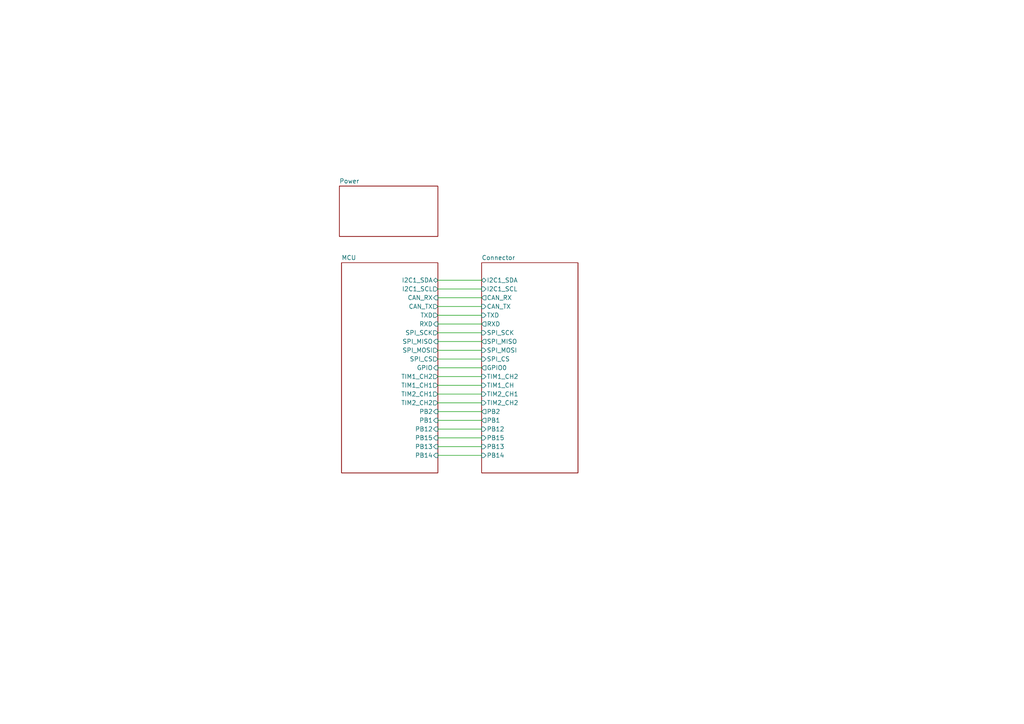
<source format=kicad_sch>
(kicad_sch (version 20230121) (generator eeschema)
  (paper "A4")
  (lib_symbols)
  (wire (pts (xy 127 116.84) (xy 139.7 116.84)))
  (wire (pts (xy 127 83.82) (xy 139.7 83.82)))
  (wire (pts (xy 127 124.46) (xy 139.7 124.46)))
  (wire (pts (xy 127 106.68) (xy 139.7 106.68)))
  (wire (pts (xy 127 99.06) (xy 139.7 99.06)))
  (wire (pts (xy 127 86.36) (xy 139.7 86.36)))
  (wire (pts (xy 127 114.3) (xy 139.7 114.3)))
  (wire (pts (xy 127 81.28) (xy 139.7 81.28)))
  (wire (pts (xy 127 104.14) (xy 139.7 104.14)))
  (wire (pts (xy 127 119.38) (xy 139.7 119.38)))
  (wire (pts (xy 127 132.08) (xy 139.7 132.08)))
  (wire (pts (xy 127 127) (xy 139.7 127)))
  (wire (pts (xy 127 91.44) (xy 139.7 91.44)))
  (wire (pts (xy 127 101.6) (xy 139.7 101.6)))
  (wire (pts (xy 127 93.98) (xy 139.7 93.98)))
  (wire (pts (xy 127 121.92) (xy 139.7 121.92)))
  (wire (pts (xy 127 111.76) (xy 139.7 111.76)))
  (wire (pts (xy 127 88.9) (xy 139.7 88.9)))
  (wire (pts (xy 127 109.22) (xy 139.7 109.22)))
  (wire (pts (xy 127 96.52) (xy 139.7 96.52)))
  (wire (pts (xy 127 129.54) (xy 139.7 129.54)))
  (sheet (at 98.425 53.975) (size 28.575 14.605) (stroke (width 0.1524))
    (property "Sheetname" "Power" (at 98.425 53.2634 0) (effects (justify left bottom)))
    (property "Sheetfile" "power.kicad_sch" (effects hide))
  )
  (sheet (at 99.06 76.2) (size 27.94 60.96) (stroke (width 0.1524))
    (property "Sheetname" "MCU" (at 99.06 75.4884 0) (effects (justify left bottom)))
    (property "Sheetfile" "MCU.kicad_sch" (effects hide))
    (pin "I2C1_SDA" bidirectional (at 127 81.28 0))
    (pin "TIM1_CH2" output (at 127 109.22 0))
    (pin "PB2" input (at 127 119.38 0))
    (pin "GPIO" input (at 127 106.68 0))
    (pin "PB1" input (at 127 121.92 0))
    (pin "I2C1_SCL" output (at 127 83.82 0))
    (pin "TIM2_CH2" output (at 127 116.84 0))
    (pin "RXD" input (at 127 93.98 0))
    (pin "SPI_SCK" output (at 127 96.52 0))
    (pin "SPI_MISO" input (at 127 99.06 0))
    (pin "SPI_MOSI" output (at 127 101.6 0))
    (pin "SPI_CS" output (at 127 104.14 0))
    (pin "TXD" output (at 127 91.44 0))
    (pin "TIM2_CH1" output (at 127 114.3 0))
    (pin "CAN_RX" input (at 127 86.36 0))
    (pin "CAN_TX" output (at 127 88.9 0))
    (pin "TIM1_CH1" output (at 127 111.76 0))
    (pin "PB12" input (at 127 124.46 0))
    (pin "PB13" input (at 127 129.54 0))
    (pin "PB14" input (at 127 132.08 0))
    (pin "PB15" input (at 127 127 0))
  )
  (sheet (at 139.7 76.2) (size 27.94 60.96) (stroke (width 0.1524))
    (property "Sheetname" "Connector" (at 139.7 75.4884 0) (effects (justify left bottom)))
    (property "Sheetfile" "port.kicad_sch" (effects hide))
    (pin "TXD" input (at 139.7 91.44 180))
    (pin "RXD" output (at 139.7 93.98 180))
    (pin "SPI_MOSI" input (at 139.7 101.6 180))
    (pin "SPI_SCK" input (at 139.7 96.52 180))
    (pin "GPIO0" output (at 139.7 106.68 180))
    (pin "SPI_CS" input (at 139.7 104.14 180))
    (pin "SPI_MISO" output (at 139.7 99.06 180))
    (pin "I2C1_SDA" bidirectional (at 139.7 81.28 180))
    (pin "I2C1_SCL" input (at 139.7 83.82 180))
    (pin "PB2" output (at 139.7 119.38 180))
    (pin "PB1" output (at 139.7 121.92 180))
    (pin "CAN_RX" output (at 139.7 86.36 180))
    (pin "CAN_TX" input (at 139.7 88.9 180))
    (pin "TIM1_CH2" input (at 139.7 109.22 180))
    (pin "TIM2_CH2" input (at 139.7 116.84 180))
    (pin "TIM2_CH1" input (at 139.7 114.3 180))
    (pin "TIM1_CH" input (at 139.7 111.76 180))
    (pin "PB13" input (at 139.7 129.54 180))
    (pin "PB12" input (at 139.7 124.46 180))
    (pin "PB15" input (at 139.7 127 180))
    (pin "PB14" input (at 139.7 132.08 180))
  )
)
</source>
